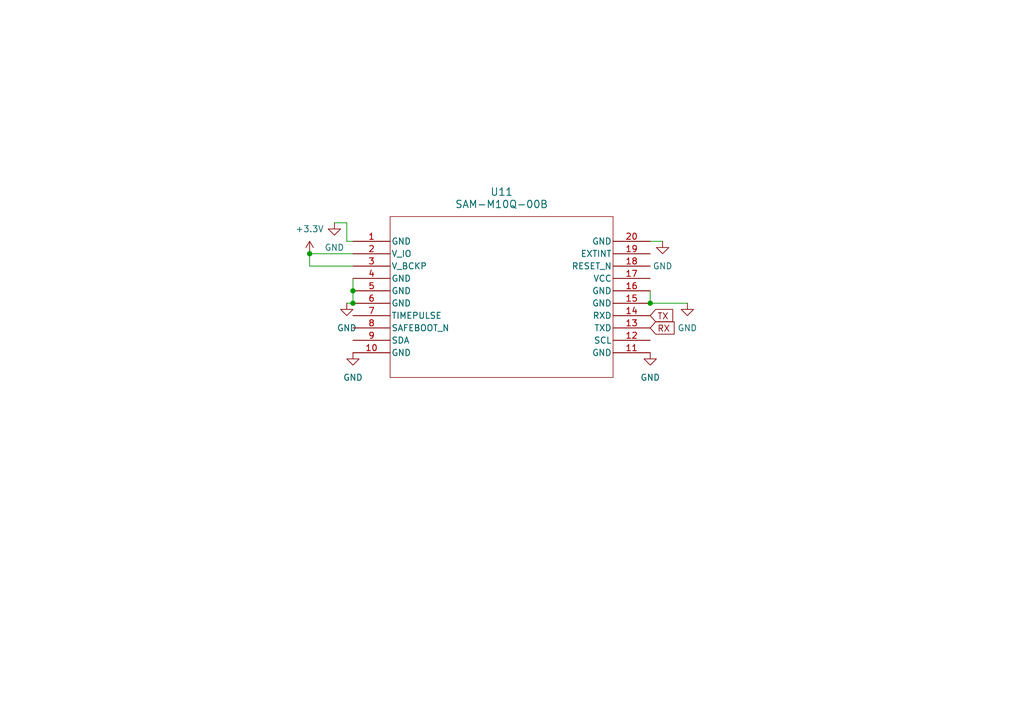
<source format=kicad_sch>
(kicad_sch (version 20250114) (generator "eeschema") (generator_version "9.0")
  (paper "A5")
  (lib_symbols
    (symbol "SAM-M10Q:SAM-M10Q-00B" (pin_names (offset 0.254))
      (property "Reference" "U" (at 30.48 10.16 0))
      (property "Value" "SAM-M10Q-00B" (at 30.48 7.62 0))
      (symbol "SAM-M10Q-00B_0_1"
        (polyline (pts (xy 7.62 5.08) (xy 7.62 -27.94)) (stroke (width 0.127)))
        (polyline (pts (xy 7.62 -27.94) (xy 53.34 -27.94)) (stroke (width 0.127)))
        (polyline (pts (xy 53.34 5.08) (xy 7.62 5.08)) (stroke (width 0.127)))
        (polyline (pts (xy 53.34 -27.94) (xy 53.34 5.08)) (stroke (width 0.127)))
        (pin power_out line (at 0 0 0) (length 7.62) (name "GND") (number "1"))
        (pin power_in line (at 0 -2.54 0) (length 7.62) (name "V_IO") (number "2"))
        (pin power_in line (at 0 -5.08 0) (length 7.62) (name "V_BCKP") (number "3"))
        (pin power_out line (at 0 -7.62 0) (length 7.62) (name "GND") (number "4"))
        (pin power_out line (at 0 -10.16 0) (length 7.62) (name "GND") (number "5"))
        (pin power_out line (at 0 -12.7 0) (length 7.62) (name "GND") (number "6"))
        (pin output line (at 0 -15.24 0) (length 7.62) (name "TIMEPULSE") (number "7"))
        (pin input line (at 0 -17.78 0) (length 7.62) (name "SAFEBOOT_N") (number "8"))
        (pin bidirectional line (at 0 -20.32 0) (length 7.62) (name "SDA") (number "9"))
        (pin power_out line (at 0 -22.86 0) (length 7.62) (name "GND") (number "10"))
        (pin power_out line (at 60.96 0 180) (length 7.62) (name "GND") (number "20"))
        (pin input line (at 60.96 -2.54 180) (length 7.62) (name "EXTINT") (number "19"))
        (pin input line (at 60.96 -5.08 180) (length 7.62) (name "RESET_N") (number "18"))
        (pin power_in line (at 60.96 -7.62 180) (length 7.62) (name "VCC") (number "17"))
        (pin power_out line (at 60.96 -10.16 180) (length 7.62) (name "GND") (number "16"))
        (pin power_out line (at 60.96 -12.7 180) (length 7.62) (name "GND") (number "15"))
        (pin input line (at 60.96 -15.24 180) (length 7.62) (name "RXD") (number "14"))
        (pin output line (at 60.96 -17.78 180) (length 7.62) (name "TXD") (number "13"))
        (pin input line (at 60.96 -20.32 180) (length 7.62) (name "SCL") (number "12"))
        (pin power_out line (at 60.96 -22.86 180) (length 7.62) (name "GND") (number "11"))
      )
    )
    (symbol "power:+3.3V" (power) (pin_numbers (hide yes)) (pin_names (offset 0) (hide yes))
      (property "Value" "+3.3V" (at 0 3.556 0))
      (symbol "+3.3V_0_1"
        (polyline (pts (xy -0.762 1.27) (xy 0 2.54)))
        (polyline (pts (xy 0 2.54) (xy 0.762 1.27)))
        (polyline (pts (xy 0 0) (xy 0 2.54)))
      )
      (symbol "+3.3V_1_1"
        (pin power_in line (at 0 0 90) (length 0) (name "~") (number "1"))
      )
    )
    (symbol "power:GND" (power) (pin_numbers (hide yes)) (pin_names (offset 0) (hide yes))
      (property "Value" "GND" (at 0 -3.81 0))
      (symbol "GND_0_1"
        (polyline (pts (xy 0 0) (xy 0 -1.27) (xy 1.27 -1.27) (xy 0 -2.54) (xy -1.27 -1.27) (xy 0 -1.27)))
      )
      (symbol "GND_1_1"
        (pin power_in line (at 0 0 270) (length 0) (name "~") (number "1"))
      )
    )
  )
  (junction (at 63.5 52.07))
  (junction (at 72.39 59.69))
  (junction (at 133.35 62.23))
  (junction (at 72.39 62.23))
  (wire (pts (xy 72.39 57.15) (xy 72.39 59.69)))
  (wire (pts (xy 135.89 49.53) (xy 133.35 49.53)))
  (wire (pts (xy 71.12 45.72) (xy 71.12 49.53)))
  (wire (pts (xy 63.5 52.07) (xy 72.39 52.07)))
  (wire (pts (xy 140.97 62.23) (xy 133.35 62.23)))
  (wire (pts (xy 63.5 54.61) (xy 72.39 54.61)))
  (wire (pts (xy 71.12 49.53) (xy 72.39 49.53)))
  (wire (pts (xy 63.5 52.07) (xy 63.5 54.61)))
  (wire (pts (xy 72.39 59.69) (xy 72.39 62.23)))
  (wire (pts (xy 71.12 62.23) (xy 72.39 62.23)))
  (wire (pts (xy 133.35 59.69) (xy 133.35 62.23)))
  (wire (pts (xy 68.58 45.72) (xy 71.12 45.72)))
  (global_label "TX" (shape input) (at 133.35 64.77 0) (property "Intersheetrefs" "${INTERSHEET_REFS}" (effects (hide yes))))
  (global_label "RX" (shape input) (at 133.35 67.31 0) (property "Intersheetrefs" "${INTERSHEET_REFS}" (effects (hide yes))))
  (symbol (lib_id "power:GND") (at 68.58 45.72 0) (unit 1)
    (property "Reference" "#PWR088" (effects (hide yes)))
    (property "Value" "GND" (at 68.58 50.8 0))
    (property "Description" "Power symbol creates a global label with name \"GND\" , ground" (effects (hide yes)))
  )
  (symbol (lib_id "power:GND") (at 133.35 72.39 0) (unit 1)
    (property "Reference" "#PWR091" (effects (hide yes)))
    (property "Value" "GND" (at 133.35 77.47 0))
    (property "Description" "Power symbol creates a global label with name \"GND\" , ground" (effects (hide yes)))
  )
  (symbol (lib_id "power:GND") (at 135.89 49.53 0) (unit 1)
    (property "Reference" "#PWR092" (effects (hide yes)))
    (property "Value" "GND" (at 135.89 54.61 0))
    (property "Description" "Power symbol creates a global label with name \"GND\" , ground" (effects (hide yes)))
  )
  (symbol (lib_id "power:GND") (at 140.97 62.23 0) (unit 1)
    (property "Reference" "#PWR093" (effects (hide yes)))
    (property "Value" "GND" (at 140.97 67.31 0))
    (property "Description" "Power symbol creates a global label with name \"GND\" , ground" (effects (hide yes)))
  )
  (symbol (lib_id "power:GND") (at 71.12 62.23 0) (unit 1)
    (property "Reference" "#PWR089" (effects (hide yes)))
    (property "Value" "GND" (at 71.12 67.31 0))
    (property "Description" "Power symbol creates a global label with name \"GND\" , ground" (effects (hide yes)))
  )
  (symbol (lib_id "power:GND") (at 72.39 72.39 0) (unit 1)
    (property "Reference" "#PWR090" (effects (hide yes)))
    (property "Value" "GND" (at 72.39 77.47 0))
    (property "Description" "Power symbol creates a global label with name \"GND\" , ground" (effects (hide yes)))
  )
  (symbol (lib_id "SAM-M10Q:SAM-M10Q-00B") (at 72.39 49.53 0) (unit 1)
    (property "Reference" "U11" (at 102.87 39.37 0) (effects (font (size 1.524 1.524))))
    (property "Value" "SAM-M10Q-00B" (at 102.87 41.91 0) (effects (font (size 1.524 1.524))))
    (property "Footprint" "SAM_M10Q_UBL:SAM-M10Q_UBL" (effects (hide yes)))
    (property "Datasheet" "SAM-M10Q-00B" (effects (hide yes)))
  )
  (symbol (lib_id "power:+3.3V") (at 63.5 52.07 0) (unit 1)
    (property "Reference" "#PWR087" (effects (hide yes)))
    (property "Value" "+3.3V" (at 63.5 46.99 0))
    (property "Description" "Power symbol creates a global label with name \"+3.3V\"" (effects (hide yes)))
  )
)
</source>
